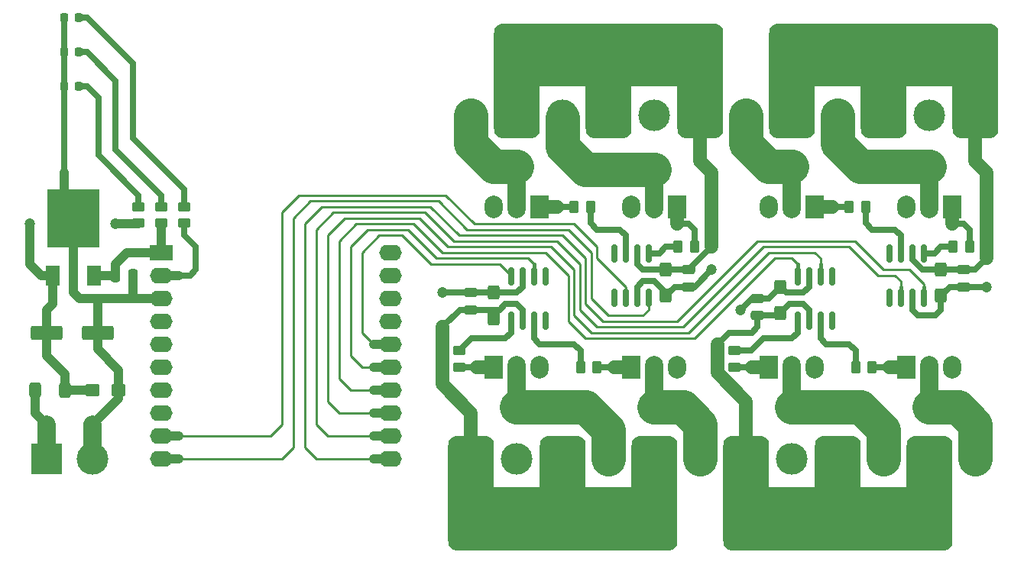
<source format=gbr>
%TF.GenerationSoftware,KiCad,Pcbnew,(6.0.4-0)*%
%TF.CreationDate,2022-03-29T19:53:50-03:00*%
%TF.ProjectId,ESP-pwm_8ch-V1,4553502d-7077-46d5-9f38-63682d56312e,rev?*%
%TF.SameCoordinates,Original*%
%TF.FileFunction,Copper,L1,Top*%
%TF.FilePolarity,Positive*%
%FSLAX46Y46*%
G04 Gerber Fmt 4.6, Leading zero omitted, Abs format (unit mm)*
G04 Created by KiCad (PCBNEW (6.0.4-0)) date 2022-03-29 19:53:50*
%MOMM*%
%LPD*%
G01*
G04 APERTURE LIST*
G04 Aperture macros list*
%AMRoundRect*
0 Rectangle with rounded corners*
0 $1 Rounding radius*
0 $2 $3 $4 $5 $6 $7 $8 $9 X,Y pos of 4 corners*
0 Add a 4 corners polygon primitive as box body*
4,1,4,$2,$3,$4,$5,$6,$7,$8,$9,$2,$3,0*
0 Add four circle primitives for the rounded corners*
1,1,$1+$1,$2,$3*
1,1,$1+$1,$4,$5*
1,1,$1+$1,$6,$7*
1,1,$1+$1,$8,$9*
0 Add four rect primitives between the rounded corners*
20,1,$1+$1,$2,$3,$4,$5,0*
20,1,$1+$1,$4,$5,$6,$7,0*
20,1,$1+$1,$6,$7,$8,$9,0*
20,1,$1+$1,$8,$9,$2,$3,0*%
G04 Aperture macros list end*
%TA.AperFunction,ComponentPad*%
%ADD10R,2.500000X1.750000*%
%TD*%
%TA.AperFunction,ComponentPad*%
%ADD11O,2.500000X1.750000*%
%TD*%
%TA.AperFunction,SMDPad,CuDef*%
%ADD12RoundRect,0.150000X0.150000X-0.825000X0.150000X0.825000X-0.150000X0.825000X-0.150000X-0.825000X0*%
%TD*%
%TA.AperFunction,SMDPad,CuDef*%
%ADD13RoundRect,0.250000X-0.475000X0.250000X-0.475000X-0.250000X0.475000X-0.250000X0.475000X0.250000X0*%
%TD*%
%TA.AperFunction,SMDPad,CuDef*%
%ADD14RoundRect,0.218750X-0.218750X-0.256250X0.218750X-0.256250X0.218750X0.256250X-0.218750X0.256250X0*%
%TD*%
%TA.AperFunction,ComponentPad*%
%ADD15R,2.000000X2.500000*%
%TD*%
%TA.AperFunction,ComponentPad*%
%ADD16O,2.000000X2.500000*%
%TD*%
%TA.AperFunction,SMDPad,CuDef*%
%ADD17RoundRect,0.250000X0.450000X-0.262500X0.450000X0.262500X-0.450000X0.262500X-0.450000X-0.262500X0*%
%TD*%
%TA.AperFunction,ComponentPad*%
%ADD18R,3.500000X3.500000*%
%TD*%
%TA.AperFunction,ComponentPad*%
%ADD19C,3.500000*%
%TD*%
%TA.AperFunction,SMDPad,CuDef*%
%ADD20RoundRect,0.250000X0.262500X0.450000X-0.262500X0.450000X-0.262500X-0.450000X0.262500X-0.450000X0*%
%TD*%
%TA.AperFunction,SMDPad,CuDef*%
%ADD21RoundRect,0.250000X0.475000X-0.250000X0.475000X0.250000X-0.475000X0.250000X-0.475000X-0.250000X0*%
%TD*%
%TA.AperFunction,SMDPad,CuDef*%
%ADD22R,1.600000X2.200000*%
%TD*%
%TA.AperFunction,SMDPad,CuDef*%
%ADD23R,5.800000X6.400000*%
%TD*%
%TA.AperFunction,SMDPad,CuDef*%
%ADD24RoundRect,0.150000X-0.150000X0.825000X-0.150000X-0.825000X0.150000X-0.825000X0.150000X0.825000X0*%
%TD*%
%TA.AperFunction,SMDPad,CuDef*%
%ADD25RoundRect,0.250000X0.425000X-0.537500X0.425000X0.537500X-0.425000X0.537500X-0.425000X-0.537500X0*%
%TD*%
%TA.AperFunction,SMDPad,CuDef*%
%ADD26RoundRect,0.250000X-0.425000X0.537500X-0.425000X-0.537500X0.425000X-0.537500X0.425000X0.537500X0*%
%TD*%
%TA.AperFunction,SMDPad,CuDef*%
%ADD27RoundRect,0.250000X-1.500000X-0.550000X1.500000X-0.550000X1.500000X0.550000X-1.500000X0.550000X0*%
%TD*%
%TA.AperFunction,SMDPad,CuDef*%
%ADD28RoundRect,0.250000X-0.537500X-0.425000X0.537500X-0.425000X0.537500X0.425000X-0.537500X0.425000X0*%
%TD*%
%TA.AperFunction,SMDPad,CuDef*%
%ADD29RoundRect,0.325000X0.325000X0.550000X-0.325000X0.550000X-0.325000X-0.550000X0.325000X-0.550000X0*%
%TD*%
%TA.AperFunction,SMDPad,CuDef*%
%ADD30RoundRect,0.250000X-0.250000X-0.475000X0.250000X-0.475000X0.250000X0.475000X-0.250000X0.475000X0*%
%TD*%
%TA.AperFunction,SMDPad,CuDef*%
%ADD31RoundRect,0.250000X-0.262500X-0.450000X0.262500X-0.450000X0.262500X0.450000X-0.262500X0.450000X0*%
%TD*%
%TA.AperFunction,ViaPad*%
%ADD32C,1.200000*%
%TD*%
%TA.AperFunction,Conductor*%
%ADD33C,1.016000*%
%TD*%
%TA.AperFunction,Conductor*%
%ADD34C,0.635000*%
%TD*%
%TA.AperFunction,Conductor*%
%ADD35C,2.032000*%
%TD*%
%TA.AperFunction,Conductor*%
%ADD36C,1.524000*%
%TD*%
%TA.AperFunction,Conductor*%
%ADD37C,3.810000*%
%TD*%
%TA.AperFunction,Conductor*%
%ADD38C,0.254000*%
%TD*%
%TA.AperFunction,Conductor*%
%ADD39C,0.381000*%
%TD*%
G04 APERTURE END LIST*
D10*
%TO.P,U2,1,5V*%
%TO.N,+5V*%
X82550000Y-93980000D03*
D11*
%TO.P,U2,2,3V3*%
%TO.N,+3V3*%
X82550000Y-96520000D03*
%TO.P,U2,3,GND*%
%TO.N,GNDREF*%
X82550000Y-99060000D03*
%TO.P,U2,4,ESP_EN*%
%TO.N,unconnected-(U2-Pad4)*%
X82550000Y-101600000D03*
%TO.P,U2,5,GPIO0*%
%TO.N,unconnected-(U2-Pad5)*%
X82550000Y-104140000D03*
%TO.P,U2,6,GPIO1\u005CU0TXD*%
%TO.N,unconnected-(U2-Pad6)*%
X82550000Y-106680000D03*
%TO.P,U2,7,GPIO2\u005CHS2\u005CDATA0*%
%TO.N,unconnected-(U2-Pad7)*%
X82550000Y-109220000D03*
%TO.P,U2,8,GPIO3\u005CU0RXD*%
%TO.N,unconnected-(U2-Pad8)*%
X82550000Y-111760000D03*
%TO.P,U2,9,GPIO4\u005CU1TXD*%
%TO.N,Net-(U2-Pad9)*%
X82550000Y-114300000D03*
%TO.P,U2,10,GPIO5\u005CSPI_CS*%
%TO.N,Net-(U2-Pad10)*%
X82550000Y-116840000D03*
%TO.P,U2,11,GPIO13\u005CI2C-SDA*%
%TO.N,Net-(U2-Pad11)*%
X107950000Y-116840000D03*
%TO.P,U2,12,GPIO14\u005CHS2_CLK*%
%TO.N,Net-(U2-Pad12)*%
X107950000Y-114300000D03*
%TO.P,U2,13,GPIO15\u005CHS2_CMD*%
%TO.N,Net-(U2-Pad13)*%
X107950000Y-111760000D03*
%TO.P,U2,14,GPIO16\u005CI2C-SCL*%
%TO.N,Net-(U2-Pad14)*%
X107950000Y-109220000D03*
%TO.P,U2,15,GPIO32*%
%TO.N,Net-(U2-Pad15)*%
X107950000Y-106680000D03*
%TO.P,U2,16,GPIO33*%
%TO.N,Net-(U2-Pad16)*%
X107950000Y-104140000D03*
%TO.P,U2,17,GPI34\u005CBUT1*%
%TO.N,unconnected-(U2-Pad17)*%
X107950000Y-101600000D03*
%TO.P,U2,18,GPI35*%
%TO.N,unconnected-(U2-Pad18)*%
X107950000Y-99060000D03*
%TO.P,U2,19,GPI36\u005CU1RXD*%
%TO.N,unconnected-(U2-Pad19)*%
X107950000Y-96520000D03*
%TO.P,U2,20,GPI39*%
%TO.N,unconnected-(U2-Pad20)*%
X107950000Y-93980000D03*
%TD*%
D12*
%TO.P,U5,1,NC*%
%TO.N,unconnected-(U5-Pad1)*%
X163195000Y-98995000D03*
%TO.P,U5,2,INA*%
%TO.N,Net-(U2-Pad12)*%
X164465000Y-98995000D03*
%TO.P,U5,3,GND*%
%TO.N,GNDREF*%
X165735000Y-98995000D03*
%TO.P,U5,4,INB*%
%TO.N,Net-(U2-Pad11)*%
X167005000Y-98995000D03*
%TO.P,U5,5,OUTB*%
%TO.N,Net-(R8-Pad2)*%
X167005000Y-94045000D03*
%TO.P,U5,6,VS*%
%TO.N,+VC*%
X165735000Y-94045000D03*
%TO.P,U5,7,OUTA*%
%TO.N,Net-(R9-Pad2)*%
X164465000Y-94045000D03*
%TO.P,U5,8,NC*%
%TO.N,unconnected-(U5-Pad8)*%
X163195000Y-94045000D03*
%TD*%
D13*
%TO.P,C9,1*%
%TO.N,+VC*%
X171450000Y-95885000D03*
%TO.P,C9,2*%
%TO.N,GNDREF*%
X171450000Y-97785000D03*
%TD*%
D14*
%TO.P,D4,1,K*%
%TO.N,GNDREF*%
X71755000Y-71755000D03*
%TO.P,D4,2,A*%
%TO.N,Net-(D4-Pad2)*%
X73330000Y-71755000D03*
%TD*%
D15*
%TO.P,Q2,1,G*%
%TO.N,Net-(Q2-Pad1)*%
X134620000Y-106680000D03*
D16*
%TO.P,Q2,2,D*%
%TO.N,Net-(J2-Pad6)*%
X137160000Y-106680000D03*
%TO.P,Q2,3,S*%
%TO.N,GNDREF*%
X139700000Y-106680000D03*
%TD*%
D17*
%TO.P,R3,1*%
%TO.N,+3V3*%
X85090000Y-90725000D03*
%TO.P,R3,2*%
%TO.N,Net-(D2-Pad2)*%
X85090000Y-88900000D03*
%TD*%
D18*
%TO.P,J5,1,Pin_1*%
%TO.N,+VD*%
X142240000Y-78740000D03*
D19*
%TO.P,J5,2,Pin_2*%
%TO.N,GNDREF*%
X137160000Y-78740000D03*
%TO.P,J5,3,Pin_3*%
%TO.N,+VD*%
X132080000Y-78740000D03*
%TO.P,J5,4,Pin_4*%
%TO.N,Net-(J5-Pad4)*%
X127000000Y-78740000D03*
%TO.P,J5,5,Pin_5*%
%TO.N,+VD*%
X121920000Y-78740000D03*
%TO.P,J5,6,Pin_6*%
%TO.N,Net-(J5-Pad6)*%
X116840000Y-78740000D03*
%TD*%
D12*
%TO.P,U6,1,NC*%
%TO.N,unconnected-(U6-Pad1)*%
X132715000Y-98995000D03*
%TO.P,U6,2,INA*%
%TO.N,Net-(U2-Pad9)*%
X133985000Y-98995000D03*
%TO.P,U6,3,GND*%
%TO.N,GNDREF*%
X135255000Y-98995000D03*
%TO.P,U6,4,INB*%
%TO.N,Net-(U2-Pad10)*%
X136525000Y-98995000D03*
%TO.P,U6,5,OUTB*%
%TO.N,Net-(R10-Pad2)*%
X136525000Y-94045000D03*
%TO.P,U6,6,VS*%
%TO.N,+VD*%
X135255000Y-94045000D03*
%TO.P,U6,7,OUTA*%
%TO.N,Net-(R11-Pad2)*%
X133985000Y-94045000D03*
%TO.P,U6,8,NC*%
%TO.N,unconnected-(U6-Pad8)*%
X132715000Y-94045000D03*
%TD*%
D20*
%TO.P,R5,1*%
%TO.N,Net-(Q2-Pad1)*%
X130810000Y-106680000D03*
%TO.P,R5,2*%
%TO.N,Net-(R5-Pad2)*%
X128985000Y-106680000D03*
%TD*%
D21*
%TO.P,C4,1*%
%TO.N,+VA*%
X116840000Y-100325000D03*
%TO.P,C4,2*%
%TO.N,GNDREF*%
X116840000Y-98425000D03*
%TD*%
D15*
%TO.P,Q1,1,G*%
%TO.N,Net-(Q1-Pad1)*%
X119380000Y-106680000D03*
D16*
%TO.P,Q1,2,D*%
%TO.N,Net-(J2-Pad4)*%
X121920000Y-106680000D03*
%TO.P,Q1,3,S*%
%TO.N,GNDREF*%
X124460000Y-106680000D03*
%TD*%
D22*
%TO.P,U1,1,IN*%
%TO.N,+12VA*%
X70485000Y-96520000D03*
D23*
%TO.P,U1,2,GND*%
%TO.N,GNDREF*%
X72765000Y-90220000D03*
D22*
%TO.P,U1,3,OUT*%
%TO.N,+5V*%
X75045000Y-96520000D03*
%TD*%
D24*
%TO.P,U3,1,NC*%
%TO.N,unconnected-(U3-Pad1)*%
X125095000Y-96585000D03*
%TO.P,U3,2,INA*%
%TO.N,Net-(U2-Pad15)*%
X123825000Y-96585000D03*
%TO.P,U3,3,GND*%
%TO.N,GNDREF*%
X122555000Y-96585000D03*
%TO.P,U3,4,INB*%
%TO.N,Net-(U2-Pad16)*%
X121285000Y-96585000D03*
%TO.P,U3,5,OUTB*%
%TO.N,Net-(R4-Pad2)*%
X121285000Y-101535000D03*
%TO.P,U3,6,VS*%
%TO.N,+VA*%
X122555000Y-101535000D03*
%TO.P,U3,7,OUTA*%
%TO.N,Net-(R5-Pad2)*%
X123825000Y-101535000D03*
%TO.P,U3,8,NC*%
%TO.N,unconnected-(U3-Pad8)*%
X125095000Y-101535000D03*
%TD*%
D25*
%TO.P,C6,1*%
%TO.N,+VB*%
X151130000Y-100665000D03*
%TO.P,C6,2*%
%TO.N,GNDREF*%
X151130000Y-97790000D03*
%TD*%
D17*
%TO.P,R6,1*%
%TO.N,Net-(Q3-Pad1)*%
X146050000Y-106680000D03*
%TO.P,R6,2*%
%TO.N,Net-(R6-Pad2)*%
X146050000Y-104855000D03*
%TD*%
D15*
%TO.P,Q7,1,G*%
%TO.N,Net-(Q7-Pad1)*%
X139700000Y-88900000D03*
D16*
%TO.P,Q7,2,D*%
%TO.N,Net-(J5-Pad4)*%
X137160000Y-88900000D03*
%TO.P,Q7,3,S*%
%TO.N,GNDREF*%
X134620000Y-88900000D03*
%TD*%
D17*
%TO.P,R2,1*%
%TO.N,+5V*%
X82550000Y-90725000D03*
%TO.P,R2,2*%
%TO.N,Net-(D4-Pad2)*%
X82550000Y-88900000D03*
%TD*%
D15*
%TO.P,Q4,1,G*%
%TO.N,Net-(Q4-Pad1)*%
X165100000Y-106680000D03*
D16*
%TO.P,Q4,2,D*%
%TO.N,Net-(J3-Pad6)*%
X167640000Y-106680000D03*
%TO.P,Q4,3,S*%
%TO.N,GNDREF*%
X170180000Y-106680000D03*
%TD*%
D20*
%TO.P,R10,1*%
%TO.N,Net-(Q7-Pad1)*%
X141605000Y-93345000D03*
%TO.P,R10,2*%
%TO.N,Net-(R10-Pad2)*%
X139780000Y-93345000D03*
%TD*%
D21*
%TO.P,C7,1*%
%TO.N,+VB*%
X148590000Y-100965000D03*
%TO.P,C7,2*%
%TO.N,GNDREF*%
X148590000Y-99065000D03*
%TD*%
D26*
%TO.P,C10,1*%
%TO.N,+VD*%
X138430000Y-95885000D03*
%TO.P,C10,2*%
%TO.N,GNDREF*%
X138430000Y-98760000D03*
%TD*%
D18*
%TO.P,J3,1,Pin_1*%
%TO.N,+VB*%
X147320000Y-116840000D03*
D19*
%TO.P,J3,2,Pin_2*%
%TO.N,GNDREF*%
X152400000Y-116840000D03*
%TO.P,J3,3,Pin_3*%
%TO.N,+VB*%
X157480000Y-116840000D03*
%TO.P,J3,4,Pin_4*%
%TO.N,Net-(J3-Pad4)*%
X162560000Y-116840000D03*
%TO.P,J3,5,Pin_5*%
%TO.N,+VB*%
X167640000Y-116840000D03*
%TO.P,J3,6,Pin_6*%
%TO.N,Net-(J3-Pad6)*%
X172720000Y-116840000D03*
%TD*%
D15*
%TO.P,Q3,1,G*%
%TO.N,Net-(Q3-Pad1)*%
X149860000Y-106680000D03*
D16*
%TO.P,Q3,2,D*%
%TO.N,Net-(J3-Pad4)*%
X152400000Y-106680000D03*
%TO.P,Q3,3,S*%
%TO.N,GNDREF*%
X154940000Y-106680000D03*
%TD*%
D14*
%TO.P,D3,1,K*%
%TO.N,GNDREF*%
X71755000Y-75565000D03*
%TO.P,D3,2,A*%
%TO.N,Net-(D3-Pad2)*%
X73330000Y-75565000D03*
%TD*%
D20*
%TO.P,R7,1*%
%TO.N,Net-(Q4-Pad1)*%
X161290000Y-106680000D03*
%TO.P,R7,2*%
%TO.N,Net-(R7-Pad2)*%
X159465000Y-106680000D03*
%TD*%
D18*
%TO.P,J2,1,Pin_1*%
%TO.N,+VA*%
X116840000Y-116840000D03*
D19*
%TO.P,J2,2,Pin_2*%
%TO.N,GNDREF*%
X121920000Y-116840000D03*
%TO.P,J2,3,Pin_3*%
%TO.N,+VA*%
X127000000Y-116840000D03*
%TO.P,J2,4,Pin_4*%
%TO.N,Net-(J2-Pad4)*%
X132080000Y-116840000D03*
%TO.P,J2,5,Pin_5*%
%TO.N,+VA*%
X137160000Y-116840000D03*
%TO.P,J2,6,Pin_6*%
%TO.N,Net-(J2-Pad6)*%
X142240000Y-116840000D03*
%TD*%
D20*
%TO.P,R8,1*%
%TO.N,Net-(Q5-Pad1)*%
X172085000Y-93345000D03*
%TO.P,R8,2*%
%TO.N,Net-(R8-Pad2)*%
X170260000Y-93345000D03*
%TD*%
D27*
%TO.P,C1,1*%
%TO.N,+12VA*%
X69850000Y-102870000D03*
%TO.P,C1,2*%
%TO.N,GNDREF*%
X75450000Y-102870000D03*
%TD*%
D28*
%TO.P,C2,1*%
%TO.N,+12VA*%
X74930000Y-109220000D03*
%TO.P,C2,2*%
%TO.N,GNDREF*%
X77805000Y-109220000D03*
%TD*%
D25*
%TO.P,C5,1*%
%TO.N,+VA*%
X119380000Y-101300000D03*
%TO.P,C5,2*%
%TO.N,GNDREF*%
X119380000Y-98425000D03*
%TD*%
D18*
%TO.P,J4,1,Pin_1*%
%TO.N,+VC*%
X172720000Y-78740000D03*
D19*
%TO.P,J4,2,Pin_2*%
%TO.N,GNDREF*%
X167640000Y-78740000D03*
%TO.P,J4,3,Pin_3*%
%TO.N,+VC*%
X162560000Y-78740000D03*
%TO.P,J4,4,Pin_4*%
%TO.N,Net-(J4-Pad4)*%
X157480000Y-78740000D03*
%TO.P,J4,5,Pin_5*%
%TO.N,+VC*%
X152400000Y-78740000D03*
%TO.P,J4,6,Pin_6*%
%TO.N,Net-(J4-Pad6)*%
X147320000Y-78740000D03*
%TD*%
D24*
%TO.P,U4,1,NC*%
%TO.N,unconnected-(U4-Pad1)*%
X156845000Y-96585000D03*
%TO.P,U4,2,INA*%
%TO.N,Net-(U2-Pad13)*%
X155575000Y-96585000D03*
%TO.P,U4,3,GND*%
%TO.N,GNDREF*%
X154305000Y-96585000D03*
%TO.P,U4,4,INB*%
%TO.N,Net-(U2-Pad14)*%
X153035000Y-96585000D03*
%TO.P,U4,5,OUTB*%
%TO.N,Net-(R6-Pad2)*%
X153035000Y-101535000D03*
%TO.P,U4,6,VS*%
%TO.N,+VB*%
X154305000Y-101535000D03*
%TO.P,U4,7,OUTA*%
%TO.N,Net-(R7-Pad2)*%
X155575000Y-101535000D03*
%TO.P,U4,8,NC*%
%TO.N,unconnected-(U4-Pad8)*%
X156845000Y-101535000D03*
%TD*%
D29*
%TO.P,D1,1,K*%
%TO.N,+12VA*%
X71880000Y-109220000D03*
%TO.P,D1,2,A*%
%TO.N,+12V*%
X68580000Y-109220000D03*
%TD*%
D14*
%TO.P,D2,1,K*%
%TO.N,GNDREF*%
X71755000Y-67945000D03*
%TO.P,D2,2,A*%
%TO.N,Net-(D2-Pad2)*%
X73330000Y-67945000D03*
%TD*%
D13*
%TO.P,C11,1*%
%TO.N,+VD*%
X140970000Y-95885000D03*
%TO.P,C11,2*%
%TO.N,GNDREF*%
X140970000Y-97785000D03*
%TD*%
D15*
%TO.P,Q5,1,G*%
%TO.N,Net-(Q5-Pad1)*%
X170180000Y-88900000D03*
D16*
%TO.P,Q5,2,D*%
%TO.N,Net-(J4-Pad4)*%
X167640000Y-88900000D03*
%TO.P,Q5,3,S*%
%TO.N,GNDREF*%
X165100000Y-88900000D03*
%TD*%
D26*
%TO.P,C8,1*%
%TO.N,+VC*%
X168910000Y-95885000D03*
%TO.P,C8,2*%
%TO.N,GNDREF*%
X168910000Y-98760000D03*
%TD*%
D30*
%TO.P,C3,1*%
%TO.N,+5V*%
X77470000Y-96520000D03*
%TO.P,C3,2*%
%TO.N,GNDREF*%
X79370000Y-96520000D03*
%TD*%
D17*
%TO.P,R4,1*%
%TO.N,Net-(Q1-Pad1)*%
X115570000Y-106680000D03*
%TO.P,R4,2*%
%TO.N,Net-(R4-Pad2)*%
X115570000Y-104855000D03*
%TD*%
D15*
%TO.P,Q6,1,G*%
%TO.N,Net-(Q6-Pad1)*%
X154940000Y-88900000D03*
D16*
%TO.P,Q6,2,D*%
%TO.N,Net-(J4-Pad6)*%
X152400000Y-88900000D03*
%TO.P,Q6,3,S*%
%TO.N,GNDREF*%
X149860000Y-88900000D03*
%TD*%
D15*
%TO.P,Q8,1,G*%
%TO.N,Net-(Q8-Pad1)*%
X124460000Y-88900000D03*
D16*
%TO.P,Q8,2,D*%
%TO.N,Net-(J5-Pad6)*%
X121920000Y-88900000D03*
%TO.P,Q8,3,S*%
%TO.N,GNDREF*%
X119380000Y-88900000D03*
%TD*%
D17*
%TO.P,R1,1*%
%TO.N,+12VA*%
X80010000Y-90725000D03*
%TO.P,R1,2*%
%TO.N,Net-(D3-Pad2)*%
X80010000Y-88900000D03*
%TD*%
D31*
%TO.P,R9,1*%
%TO.N,Net-(Q6-Pad1)*%
X158750000Y-88900000D03*
%TO.P,R9,2*%
%TO.N,Net-(R9-Pad2)*%
X160575000Y-88900000D03*
%TD*%
%TO.P,R11,1*%
%TO.N,Net-(Q8-Pad1)*%
X128270000Y-88900000D03*
%TO.P,R11,2*%
%TO.N,Net-(R11-Pad2)*%
X130095000Y-88900000D03*
%TD*%
D18*
%TO.P,J1,1,Pin_1*%
%TO.N,+12V*%
X69850000Y-116840000D03*
D19*
%TO.P,J1,2,Pin_2*%
%TO.N,GNDREF*%
X74930000Y-116840000D03*
%TD*%
D32*
%TO.N,+12VA*%
X67945000Y-90805000D03*
X77470000Y-90805000D03*
%TO.N,GNDREF*%
X173990000Y-97790000D03*
X146685000Y-100330000D03*
X113665000Y-98425000D03*
X143510000Y-95885000D03*
%TD*%
D33*
%TO.N,+12VA*%
X71880000Y-107440000D02*
X69850000Y-105410000D01*
X70485000Y-96520000D02*
X70485000Y-99695000D01*
X67945000Y-95250000D02*
X67945000Y-90805000D01*
X70485000Y-96520000D02*
X69215000Y-96520000D01*
X69850000Y-105410000D02*
X69850000Y-102870000D01*
X79930000Y-90805000D02*
X80010000Y-90725000D01*
X70485000Y-99695000D02*
X69850000Y-100330000D01*
X71880000Y-109220000D02*
X71880000Y-107440000D01*
X69850000Y-100330000D02*
X69850000Y-102870000D01*
X69215000Y-96520000D02*
X67945000Y-95250000D01*
X71880000Y-109220000D02*
X74930000Y-109220000D01*
X77470000Y-90805000D02*
X79930000Y-90805000D01*
D34*
%TO.N,GNDREF*%
X154305000Y-97790000D02*
X153670000Y-98425000D01*
D33*
X79375000Y-99060000D02*
X73430000Y-99060000D01*
D34*
X169885000Y-97785000D02*
X168910000Y-98760000D01*
X147950000Y-99065000D02*
X148590000Y-99065000D01*
X140970000Y-97785000D02*
X139405000Y-97785000D01*
D33*
X77805000Y-107015000D02*
X75450000Y-104660000D01*
X77805000Y-109220000D02*
X77805000Y-110155000D01*
X71755000Y-88265000D02*
X71755000Y-85090000D01*
D34*
X173990000Y-97790000D02*
X173995000Y-97785000D01*
X71755000Y-67945000D02*
X71755000Y-71755000D01*
D33*
X79375000Y-99060000D02*
X82550000Y-99060000D01*
D34*
X139405000Y-97785000D02*
X138430000Y-98760000D01*
X143510000Y-95885000D02*
X141610000Y-97785000D01*
X173995000Y-97785000D02*
X171450000Y-97785000D01*
D33*
X79370000Y-96520000D02*
X79370000Y-99055000D01*
D35*
X74930000Y-116840000D02*
X74930000Y-113030000D01*
D34*
X165735000Y-98995000D02*
X165735000Y-100330000D01*
X137160000Y-97155000D02*
X138430000Y-98425000D01*
X71755000Y-71755000D02*
X71755000Y-75565000D01*
X166370000Y-100965000D02*
X168275000Y-100965000D01*
X151765000Y-98425000D02*
X151130000Y-97790000D01*
X135255000Y-97790000D02*
X135890000Y-97155000D01*
X141610000Y-97785000D02*
X140970000Y-97785000D01*
X121920000Y-98425000D02*
X119380000Y-98425000D01*
D33*
X72765000Y-98395000D02*
X72765000Y-90220000D01*
D34*
X135255000Y-98995000D02*
X135255000Y-97790000D01*
D33*
X72765000Y-89275000D02*
X71755000Y-88265000D01*
D34*
X171450000Y-97785000D02*
X169885000Y-97785000D01*
X168910000Y-100330000D02*
X168910000Y-98760000D01*
X119380000Y-98425000D02*
X116840000Y-98425000D01*
D33*
X77805000Y-110155000D02*
X74930000Y-113030000D01*
D34*
X122555000Y-97790000D02*
X121920000Y-98425000D01*
X135890000Y-97155000D02*
X137160000Y-97155000D01*
D33*
X75450000Y-102870000D02*
X75450000Y-99060000D01*
D34*
X122555000Y-96585000D02*
X122555000Y-97790000D01*
X148590000Y-99065000D02*
X149855000Y-99065000D01*
D33*
X72765000Y-90220000D02*
X72765000Y-89275000D01*
X79370000Y-99055000D02*
X79375000Y-99060000D01*
D34*
X154305000Y-96585000D02*
X154305000Y-97790000D01*
D33*
X77805000Y-109220000D02*
X77805000Y-107015000D01*
D34*
X165735000Y-100330000D02*
X166370000Y-100965000D01*
X71755000Y-75565000D02*
X71755000Y-85090000D01*
X168275000Y-100965000D02*
X168910000Y-100330000D01*
X146685000Y-100330000D02*
X147950000Y-99065000D01*
D33*
X75450000Y-104660000D02*
X75450000Y-102870000D01*
X73430000Y-99060000D02*
X72765000Y-98395000D01*
D34*
X113665000Y-98425000D02*
X116840000Y-98425000D01*
X153670000Y-98425000D02*
X151765000Y-98425000D01*
X149855000Y-99065000D02*
X151130000Y-97790000D01*
D33*
%TO.N,+5V*%
X77470000Y-96520000D02*
X77470000Y-95250000D01*
X77470000Y-95250000D02*
X78740000Y-93980000D01*
X78740000Y-93980000D02*
X82550000Y-93980000D01*
X82550000Y-93980000D02*
X82550000Y-90725000D01*
X75045000Y-96520000D02*
X77470000Y-96520000D01*
D35*
%TO.N,+12V*%
X69850000Y-116840000D02*
X69850000Y-113030000D01*
D33*
X68580000Y-109220000D02*
X68580000Y-111760000D01*
X68580000Y-111760000D02*
X69850000Y-113030000D01*
D34*
%TO.N,Net-(D2-Pad2)*%
X79375000Y-81280000D02*
X85090000Y-86995000D01*
X73330000Y-67945000D02*
X74295000Y-67945000D01*
X79375000Y-73025000D02*
X79375000Y-81280000D01*
X74295000Y-67945000D02*
X79375000Y-73025000D01*
X85090000Y-86995000D02*
X85090000Y-88900000D01*
%TO.N,Net-(D3-Pad2)*%
X74295000Y-75565000D02*
X75565000Y-76835000D01*
X73330000Y-75565000D02*
X74295000Y-75565000D01*
X80010000Y-87630000D02*
X80010000Y-88900000D01*
X75565000Y-76835000D02*
X75565000Y-83185000D01*
X75565000Y-83185000D02*
X80010000Y-87630000D01*
%TO.N,Net-(D4-Pad2)*%
X74295000Y-71755000D02*
X77470000Y-74930000D01*
X77470000Y-82550000D02*
X82550000Y-87630000D01*
X77470000Y-74930000D02*
X77470000Y-82550000D01*
X82550000Y-87630000D02*
X82550000Y-88900000D01*
X73330000Y-71755000D02*
X74295000Y-71755000D01*
D36*
%TO.N,+VA*%
X116840000Y-116840000D02*
X116840000Y-121920000D01*
D34*
X119380000Y-100330000D02*
X120015000Y-100330000D01*
D36*
X116840000Y-121920000D02*
X119380000Y-124460000D01*
X134620000Y-124460000D02*
X137160000Y-121920000D01*
X116840000Y-116840000D02*
X116840000Y-111760000D01*
D34*
X115575000Y-100325000D02*
X116840000Y-100325000D01*
X120015000Y-100330000D02*
X120650000Y-99695000D01*
D36*
X137160000Y-121920000D02*
X137160000Y-116840000D01*
D34*
X116840000Y-100325000D02*
X118110000Y-100330000D01*
X121920000Y-99695000D02*
X120650000Y-99695000D01*
D36*
X116840000Y-111760000D02*
X113665000Y-108585000D01*
D34*
X118110000Y-100330000D02*
X119380000Y-100330000D01*
D36*
X127000000Y-116840000D02*
X127000000Y-124460000D01*
D34*
X122555000Y-101535000D02*
X122555000Y-100330000D01*
D36*
X113665000Y-108585000D02*
X113665000Y-102235000D01*
D34*
X122555000Y-100330000D02*
X121920000Y-99695000D01*
X113665000Y-102235000D02*
X115575000Y-100325000D01*
X119380000Y-100330000D02*
X119380000Y-101300000D01*
D36*
X119380000Y-124460000D02*
X134620000Y-124460000D01*
%TO.N,+VB*%
X147320000Y-121920000D02*
X149860000Y-124460000D01*
D34*
X148590000Y-100965000D02*
X150830000Y-100965000D01*
X154305000Y-101535000D02*
X154305000Y-100330000D01*
X154305000Y-100330000D02*
X153670000Y-99695000D01*
X153670000Y-99695000D02*
X152100000Y-99695000D01*
X152100000Y-99695000D02*
X151130000Y-100665000D01*
D36*
X147320000Y-110490000D02*
X147320000Y-116840000D01*
D34*
X147955000Y-102870000D02*
X145415000Y-102870000D01*
D36*
X147320000Y-116840000D02*
X147320000Y-121920000D01*
D34*
X148590000Y-102235000D02*
X147955000Y-102870000D01*
X145415000Y-102870000D02*
X144145000Y-104140000D01*
D36*
X149860000Y-124460000D02*
X165100000Y-124460000D01*
D34*
X148590000Y-100965000D02*
X148590000Y-102235000D01*
D36*
X144145000Y-104140000D02*
X144145000Y-107315000D01*
X165100000Y-124460000D02*
X167640000Y-121920000D01*
X144145000Y-107315000D02*
X147320000Y-110490000D01*
X157480000Y-116840000D02*
X157480000Y-124460000D01*
X167640000Y-121920000D02*
X167640000Y-116840000D01*
%TO.N,+VC*%
X173990000Y-85090000D02*
X172720000Y-83820000D01*
D34*
X171450000Y-95885000D02*
X172720000Y-95885000D01*
D36*
X162560000Y-71120000D02*
X162560000Y-78740000D01*
X173990000Y-94615000D02*
X173990000Y-85090000D01*
X152400000Y-74930000D02*
X152400000Y-78740000D01*
X172720000Y-78740000D02*
X172720000Y-74930000D01*
X168910000Y-71120000D02*
X162560000Y-71120000D01*
D34*
X172720000Y-95885000D02*
X173990000Y-94615000D01*
D36*
X162560000Y-71120000D02*
X156210000Y-71120000D01*
X172720000Y-74930000D02*
X168910000Y-71120000D01*
D34*
X165735000Y-94769676D02*
X165735000Y-94045000D01*
X168910000Y-95885000D02*
X166850324Y-95885000D01*
D36*
X172720000Y-83820000D02*
X172720000Y-78740000D01*
X156210000Y-71120000D02*
X152400000Y-74930000D01*
D34*
X166850324Y-95885000D02*
X165735000Y-94769676D01*
X171450000Y-95885000D02*
X168910000Y-95885000D01*
D35*
%TO.N,Net-(J2-Pad4)*%
X121920000Y-106680000D02*
X121920000Y-111125000D01*
D37*
X129540000Y-111125000D02*
X132080000Y-113665000D01*
X132080000Y-113665000D02*
X132080000Y-116840000D01*
X121920000Y-111125000D02*
X129540000Y-111125000D01*
D36*
%TO.N,Net-(Q1-Pad1)*%
X117475000Y-106680000D02*
X119380000Y-106680000D01*
D34*
X115570000Y-106680000D02*
X117475000Y-106680000D01*
%TO.N,Net-(Q2-Pad1)*%
X130810000Y-106680000D02*
X132715000Y-106680000D01*
D36*
X132715000Y-106680000D02*
X134620000Y-106680000D01*
D34*
%TO.N,Net-(Q3-Pad1)*%
X146050000Y-106680000D02*
X147955000Y-106680000D01*
D36*
X147955000Y-106680000D02*
X149860000Y-106680000D01*
D34*
%TO.N,Net-(Q4-Pad1)*%
X161290000Y-106680000D02*
X163195000Y-106680000D01*
D36*
X163195000Y-106680000D02*
X165100000Y-106680000D01*
D34*
%TO.N,+3V3*%
X86360000Y-93345000D02*
X86360000Y-95885000D01*
D33*
X82550000Y-96520000D02*
X84455000Y-96520000D01*
D34*
X85090000Y-92075000D02*
X86360000Y-93345000D01*
X85725000Y-96520000D02*
X84455000Y-96520000D01*
X86360000Y-95885000D02*
X85725000Y-96520000D01*
X85090000Y-90725000D02*
X85090000Y-92075000D01*
D37*
%TO.N,Net-(J2-Pad6)*%
X140335000Y-111125000D02*
X137160000Y-111125000D01*
X142240000Y-116840000D02*
X142240000Y-113030000D01*
D35*
X137160000Y-106680000D02*
X137160000Y-111125000D01*
D37*
X142240000Y-113030000D02*
X140335000Y-111125000D01*
D34*
%TO.N,Net-(R8-Pad2)*%
X168210000Y-94045000D02*
X168910000Y-93345000D01*
X167005000Y-94045000D02*
X168210000Y-94045000D01*
X168910000Y-93345000D02*
X170260000Y-93345000D01*
%TO.N,Net-(R9-Pad2)*%
X164465000Y-94045000D02*
X164465000Y-92075000D01*
X164465000Y-92075000D02*
X163830000Y-91440000D01*
X163830000Y-91440000D02*
X161290000Y-91440000D01*
X160575000Y-90725000D02*
X160575000Y-88900000D01*
X161290000Y-91440000D02*
X160575000Y-90725000D01*
%TO.N,+VD*%
X140970000Y-95885000D02*
X138430000Y-95885000D01*
D36*
X139700000Y-71120000D02*
X124460000Y-71120000D01*
X142240000Y-78740000D02*
X142240000Y-73660000D01*
D34*
X135890000Y-95885000D02*
X138430000Y-95885000D01*
D36*
X142240000Y-78740000D02*
X142240000Y-83820000D01*
X142240000Y-73660000D02*
X139700000Y-71120000D01*
X121920000Y-73660000D02*
X121920000Y-78740000D01*
X124460000Y-71120000D02*
X121920000Y-73660000D01*
X143510000Y-85090000D02*
X143510000Y-93345000D01*
X142240000Y-83820000D02*
X143510000Y-85090000D01*
D34*
X143510000Y-93345000D02*
X140970000Y-95885000D01*
X135255000Y-95250000D02*
X135890000Y-95885000D01*
X135255000Y-94045000D02*
X135255000Y-95250000D01*
D36*
X132080000Y-78740000D02*
X132080000Y-71120000D01*
D35*
%TO.N,Net-(J3-Pad4)*%
X152400000Y-106680000D02*
X152400000Y-111125000D01*
D37*
X160020000Y-111125000D02*
X162560000Y-113665000D01*
X162560000Y-113665000D02*
X162560000Y-116840000D01*
X152400000Y-111125000D02*
X160020000Y-111125000D01*
%TO.N,Net-(J3-Pad6)*%
X172720000Y-116840000D02*
X172720000Y-113030000D01*
X170815000Y-111125000D02*
X167640000Y-111125000D01*
X172720000Y-113030000D02*
X170815000Y-111125000D01*
D35*
X167640000Y-106680000D02*
X167640000Y-111125000D01*
D37*
%TO.N,Net-(J4-Pad4)*%
X167640000Y-84455000D02*
X160020000Y-84455000D01*
X157480000Y-81915000D02*
X157480000Y-78740000D01*
X160020000Y-84455000D02*
X157480000Y-81915000D01*
D35*
X167640000Y-88900000D02*
X167640000Y-84455000D01*
D34*
%TO.N,Net-(R6-Pad2)*%
X147875000Y-104855000D02*
X146050000Y-104855000D01*
X149225000Y-103505000D02*
X147875000Y-104855000D01*
X152400000Y-103505000D02*
X149225000Y-103505000D01*
X153035000Y-101535000D02*
X153035000Y-102870000D01*
X153035000Y-102870000D02*
X152400000Y-103505000D01*
%TO.N,Net-(R7-Pad2)*%
X155575000Y-103505000D02*
X156210000Y-104140000D01*
X159465000Y-104855000D02*
X159465000Y-106680000D01*
X155575000Y-101535000D02*
X155575000Y-103505000D01*
X158750000Y-104140000D02*
X159465000Y-104855000D01*
X156210000Y-104140000D02*
X158750000Y-104140000D01*
D37*
%TO.N,Net-(J4-Pad6)*%
X147320000Y-81915000D02*
X149860000Y-84455000D01*
X149860000Y-84455000D02*
X152400000Y-84455000D01*
X147320000Y-81915000D02*
X147320000Y-78740000D01*
D35*
X152400000Y-88900000D02*
X152400000Y-84455000D01*
D37*
%TO.N,Net-(J5-Pad4)*%
X129540000Y-84755000D02*
X127000000Y-82215000D01*
X137160000Y-84755000D02*
X129540000Y-84755000D01*
X127000000Y-82215000D02*
X127000000Y-79040000D01*
D35*
X137160000Y-89200000D02*
X137160000Y-84755000D01*
D37*
%TO.N,Net-(J5-Pad6)*%
X116840000Y-81915000D02*
X116840000Y-78740000D01*
D35*
X121920000Y-88900000D02*
X121920000Y-84455000D01*
D37*
X116840000Y-81915000D02*
X119380000Y-84455000D01*
X119380000Y-84455000D02*
X121920000Y-84455000D01*
D36*
%TO.N,Net-(Q5-Pad1)*%
X170180000Y-90805000D02*
X170180000Y-88900000D01*
D34*
X172085000Y-93345000D02*
X172085000Y-91440000D01*
X172085000Y-91440000D02*
X171450000Y-90805000D01*
X171450000Y-90805000D02*
X170180000Y-90805000D01*
%TO.N,Net-(Q6-Pad1)*%
X158750000Y-88900000D02*
X156845000Y-88900000D01*
D36*
X154940000Y-88900000D02*
X156845000Y-88900000D01*
D34*
%TO.N,Net-(Q7-Pad1)*%
X141605000Y-91440000D02*
X140970000Y-90805000D01*
X141605000Y-93345000D02*
X141605000Y-91440000D01*
X140970000Y-90805000D02*
X139700000Y-90805000D01*
D36*
X139700000Y-90805000D02*
X139700000Y-88900000D01*
D34*
%TO.N,Net-(Q8-Pad1)*%
X128270000Y-88900000D02*
X126365000Y-88900000D01*
D36*
X126365000Y-88900000D02*
X124460000Y-88900000D01*
D34*
%TO.N,Net-(R10-Pad2)*%
X138430000Y-93345000D02*
X139780000Y-93345000D01*
X136525000Y-94045000D02*
X137730000Y-94045000D01*
X137730000Y-94045000D02*
X138430000Y-93345000D01*
%TO.N,Net-(R11-Pad2)*%
X130810000Y-91440000D02*
X130095000Y-90725000D01*
X130095000Y-90725000D02*
X130095000Y-88900000D01*
X133985000Y-92075000D02*
X133350000Y-91440000D01*
X133350000Y-91440000D02*
X130810000Y-91440000D01*
X133985000Y-94045000D02*
X133985000Y-92075000D01*
D38*
%TO.N,Net-(U2-Pad11)*%
X98425000Y-90805000D02*
X100330000Y-88900000D01*
X129540000Y-94615000D02*
X129540000Y-99695000D01*
X148590000Y-92710000D02*
X159385000Y-92710000D01*
X167005000Y-97472500D02*
X167005000Y-97790000D01*
D33*
X106045000Y-116840000D02*
X107950000Y-116840000D01*
D38*
X99695000Y-116840000D02*
X98425000Y-115570000D01*
X129540000Y-99695000D02*
X131445000Y-101600000D01*
D39*
X167005000Y-97790000D02*
X167005000Y-98995000D01*
D38*
X115506500Y-92075000D02*
X127000000Y-92075000D01*
X100330000Y-88900000D02*
X112331500Y-88900000D01*
X106045000Y-116840000D02*
X99695000Y-116840000D01*
X139700000Y-101600000D02*
X148590000Y-92710000D01*
X131445000Y-101600000D02*
X139700000Y-101600000D01*
X165417500Y-95885000D02*
X167005000Y-97472500D01*
X98425000Y-115570000D02*
X98425000Y-90805000D01*
X162560000Y-95885000D02*
X165417500Y-95885000D01*
X112331500Y-88900000D02*
X115506500Y-92075000D01*
X127000000Y-92075000D02*
X129540000Y-94615000D01*
X159385000Y-92710000D02*
X162560000Y-95885000D01*
%TO.N,Net-(U2-Pad12)*%
X164465000Y-97790000D02*
X164465000Y-97155000D01*
X158750000Y-93345000D02*
X149225000Y-93345000D01*
X99695000Y-113030000D02*
X100965000Y-114300000D01*
X128905000Y-95250000D02*
X126365000Y-92710000D01*
X114935000Y-92710000D02*
X111760000Y-89535000D01*
X149225000Y-93345000D02*
X140335000Y-102235000D01*
X101600000Y-89535000D02*
X99695000Y-91440000D01*
D39*
X164465000Y-98995000D02*
X164465000Y-97790000D01*
D38*
X163830000Y-96520000D02*
X161925000Y-96520000D01*
X111760000Y-89535000D02*
X101600000Y-89535000D01*
D33*
X106045000Y-114300000D02*
X107950000Y-114300000D01*
D38*
X126365000Y-92710000D02*
X114935000Y-92710000D01*
X99695000Y-91440000D02*
X99695000Y-113030000D01*
X128905000Y-100330000D02*
X128905000Y-95250000D01*
X100965000Y-114300000D02*
X106045000Y-114300000D01*
X164465000Y-97155000D02*
X163830000Y-96520000D01*
X140335000Y-102235000D02*
X130810000Y-102235000D01*
X130810000Y-102235000D02*
X128905000Y-100330000D01*
X161925000Y-96520000D02*
X158750000Y-93345000D01*
%TO.N,Net-(U2-Pad13)*%
X155575000Y-94615000D02*
X154940000Y-93980000D01*
X140970000Y-102870000D02*
X130175000Y-102870000D01*
X125730000Y-93345000D02*
X114300000Y-93345000D01*
X155575000Y-95250000D02*
X155575000Y-94615000D01*
X100965000Y-110490000D02*
X102235000Y-111760000D01*
X128270000Y-95885000D02*
X125730000Y-93345000D01*
D33*
X106045000Y-111760000D02*
X107950000Y-111760000D01*
D38*
X128270000Y-100965000D02*
X128270000Y-95885000D01*
X149860000Y-93980000D02*
X140970000Y-102870000D01*
X102870000Y-90170000D02*
X100965000Y-92075000D01*
X114300000Y-93345000D02*
X111125000Y-90170000D01*
X102235000Y-111760000D02*
X106045000Y-111760000D01*
D39*
X155575000Y-96585000D02*
X155575000Y-95250000D01*
D38*
X154940000Y-93980000D02*
X149860000Y-93980000D01*
X130175000Y-102870000D02*
X128270000Y-100965000D01*
X100965000Y-92075000D02*
X100965000Y-110490000D01*
X111125000Y-90170000D02*
X102870000Y-90170000D01*
%TO.N,Net-(U2-Pad14)*%
X110490000Y-90805000D02*
X104140000Y-90805000D01*
X113665000Y-93980000D02*
X110490000Y-90805000D01*
D39*
X153035000Y-96520000D02*
X153035000Y-95250000D01*
D38*
X103505000Y-109220000D02*
X106045000Y-109220000D01*
D33*
X106045000Y-109220000D02*
X107950000Y-109220000D01*
D38*
X153035000Y-95250000D02*
X152400000Y-94615000D01*
X102235000Y-107950000D02*
X103505000Y-109220000D01*
X127635000Y-101600000D02*
X127635000Y-96520000D01*
X150495000Y-94615000D02*
X141605000Y-103505000D01*
X129540000Y-103505000D02*
X127635000Y-101600000D01*
X104140000Y-90805000D02*
X102235000Y-92710000D01*
X127635000Y-96520000D02*
X125095000Y-93980000D01*
X125095000Y-93980000D02*
X113665000Y-93980000D01*
X102235000Y-92710000D02*
X102235000Y-107950000D01*
X152400000Y-94615000D02*
X150495000Y-94615000D01*
X141605000Y-103505000D02*
X129540000Y-103505000D01*
%TO.N,Net-(U2-Pad15)*%
X113030000Y-94615000D02*
X123190000Y-94615000D01*
X104775000Y-106680000D02*
X106045000Y-106680000D01*
D33*
X106045000Y-106680000D02*
X107950000Y-106680000D01*
D38*
X123190000Y-94615000D02*
X123825000Y-95250000D01*
X103505000Y-105410000D02*
X104775000Y-106680000D01*
X109855000Y-91440000D02*
X113030000Y-94615000D01*
D39*
X123825000Y-95250000D02*
X123825000Y-96585000D01*
D38*
X103505000Y-105410000D02*
X103505000Y-93345000D01*
X103505000Y-93345000D02*
X105410000Y-91440000D01*
X105410000Y-91440000D02*
X109855000Y-91440000D01*
%TO.N,Net-(U2-Pad16)*%
X120015000Y-95250000D02*
X112395000Y-95250000D01*
X106680000Y-92075000D02*
X104775000Y-93980000D01*
X112395000Y-95250000D02*
X109220000Y-92075000D01*
D33*
X106045000Y-104140000D02*
X107950000Y-104140000D01*
D38*
X104775000Y-93980000D02*
X104775000Y-102870000D01*
X121285000Y-96520000D02*
X120015000Y-95250000D01*
X109220000Y-92075000D02*
X106680000Y-92075000D01*
X104775000Y-102870000D02*
X106045000Y-104140000D01*
D34*
%TO.N,Net-(R4-Pad2)*%
X121285000Y-101535000D02*
X121285000Y-102870000D01*
X121285000Y-102870000D02*
X120650000Y-103505000D01*
X120650000Y-103505000D02*
X116920000Y-103505000D01*
X116920000Y-103505000D02*
X115570000Y-104855000D01*
%TO.N,Net-(R5-Pad2)*%
X124460000Y-104140000D02*
X128270000Y-104140000D01*
X123825000Y-103505000D02*
X124460000Y-104140000D01*
X128270000Y-104140000D02*
X128985000Y-104855000D01*
X128985000Y-104855000D02*
X128985000Y-106680000D01*
X123825000Y-101535000D02*
X123825000Y-103505000D01*
D38*
%TO.N,Net-(U2-Pad9)*%
X133985000Y-98995000D02*
X133985000Y-97790000D01*
X133985000Y-97790000D02*
X130810000Y-94615000D01*
X117221000Y-90805000D02*
X114046000Y-87630000D01*
X128270000Y-90805000D02*
X117221000Y-90805000D01*
X97790000Y-87630000D02*
X95885000Y-89535000D01*
D33*
X82550000Y-114300000D02*
X84455000Y-114300000D01*
D38*
X130810000Y-93345000D02*
X128270000Y-90805000D01*
X94615000Y-114300000D02*
X84455000Y-114300000D01*
X114046000Y-87630000D02*
X97790000Y-87630000D01*
X94615000Y-114300000D02*
X95885000Y-113030000D01*
X95885000Y-89535000D02*
X95885000Y-113030000D01*
X130810000Y-94615000D02*
X130810000Y-93345000D01*
%TO.N,Net-(U2-Pad10)*%
X95885000Y-116840000D02*
X97155000Y-115570000D01*
X116395954Y-91440000D02*
X127635000Y-91440000D01*
X135890000Y-100965000D02*
X136525000Y-100330000D01*
X97155000Y-115570000D02*
X97155000Y-90170000D01*
X127635000Y-91440000D02*
X130175000Y-93980000D01*
X113220954Y-88265000D02*
X116395954Y-91440000D01*
X130175000Y-99060000D02*
X132080000Y-100965000D01*
X132080000Y-100965000D02*
X135890000Y-100965000D01*
D33*
X82550000Y-116840000D02*
X84455000Y-116840000D01*
D38*
X97155000Y-90170000D02*
X99060000Y-88265000D01*
X95885000Y-116840000D02*
X84455000Y-116840000D01*
X99060000Y-88265000D02*
X113220954Y-88265000D01*
X136525000Y-100330000D02*
X136525000Y-98995000D01*
X130175000Y-93980000D02*
X130175000Y-99060000D01*
%TD*%
%TA.AperFunction,Conductor*%
%TO.N,+VD*%
G36*
X143786163Y-68580607D02*
G01*
X143962740Y-68597999D01*
X143986957Y-68602815D01*
X144150809Y-68652518D01*
X144173629Y-68661971D01*
X144324631Y-68742683D01*
X144345158Y-68756399D01*
X144477521Y-68865026D01*
X144494974Y-68882479D01*
X144603601Y-69014842D01*
X144617319Y-69035372D01*
X144698029Y-69186371D01*
X144707482Y-69209190D01*
X144757185Y-69373043D01*
X144762002Y-69397263D01*
X144779393Y-69573837D01*
X144780000Y-69586187D01*
X144780000Y-80273813D01*
X144779393Y-80286163D01*
X144762002Y-80462737D01*
X144757185Y-80486957D01*
X144707482Y-80650809D01*
X144698029Y-80673629D01*
X144617319Y-80824628D01*
X144603601Y-80845158D01*
X144494974Y-80977521D01*
X144477521Y-80994974D01*
X144345158Y-81103601D01*
X144324631Y-81117317D01*
X144232417Y-81166607D01*
X144173629Y-81198029D01*
X144150810Y-81207482D01*
X143986957Y-81257185D01*
X143962740Y-81262001D01*
X143786163Y-81279393D01*
X143773813Y-81280000D01*
X140706187Y-81280000D01*
X140693837Y-81279393D01*
X140517260Y-81262001D01*
X140493043Y-81257185D01*
X140329190Y-81207482D01*
X140306371Y-81198029D01*
X140247583Y-81166607D01*
X140155369Y-81117317D01*
X140134842Y-81103601D01*
X140002479Y-80994974D01*
X139985026Y-80977521D01*
X139876399Y-80845158D01*
X139862681Y-80824628D01*
X139781971Y-80673629D01*
X139772518Y-80650809D01*
X139722815Y-80486957D01*
X139717998Y-80462737D01*
X139700607Y-80286163D01*
X139700000Y-80273813D01*
X139700000Y-75565000D01*
X134620000Y-75565000D01*
X134620000Y-80273813D01*
X134619393Y-80286163D01*
X134602002Y-80462737D01*
X134597185Y-80486957D01*
X134547482Y-80650809D01*
X134538029Y-80673629D01*
X134457319Y-80824628D01*
X134443601Y-80845158D01*
X134334974Y-80977521D01*
X134317521Y-80994974D01*
X134185158Y-81103601D01*
X134164631Y-81117317D01*
X134072417Y-81166607D01*
X134013629Y-81198029D01*
X133990810Y-81207482D01*
X133826957Y-81257185D01*
X133802740Y-81262001D01*
X133626163Y-81279393D01*
X133613813Y-81280000D01*
X130546187Y-81280000D01*
X130533837Y-81279393D01*
X130357260Y-81262001D01*
X130333043Y-81257185D01*
X130169190Y-81207482D01*
X130146371Y-81198029D01*
X130087583Y-81166607D01*
X129995369Y-81117317D01*
X129974842Y-81103601D01*
X129842479Y-80994974D01*
X129825026Y-80977521D01*
X129716399Y-80845158D01*
X129702681Y-80824628D01*
X129621971Y-80673629D01*
X129612518Y-80650809D01*
X129562815Y-80486957D01*
X129557998Y-80462737D01*
X129540607Y-80286163D01*
X129540000Y-80273813D01*
X129540000Y-75565000D01*
X124460000Y-75565000D01*
X124460000Y-80273813D01*
X124459393Y-80286163D01*
X124442002Y-80462737D01*
X124437185Y-80486957D01*
X124387482Y-80650809D01*
X124378029Y-80673629D01*
X124297319Y-80824628D01*
X124283601Y-80845158D01*
X124174974Y-80977521D01*
X124157521Y-80994974D01*
X124025158Y-81103601D01*
X124004631Y-81117317D01*
X123912417Y-81166607D01*
X123853629Y-81198029D01*
X123830810Y-81207482D01*
X123666957Y-81257185D01*
X123642740Y-81262001D01*
X123466163Y-81279393D01*
X123453813Y-81280000D01*
X120386187Y-81280000D01*
X120373837Y-81279393D01*
X120197260Y-81262001D01*
X120173043Y-81257185D01*
X120009190Y-81207482D01*
X119986371Y-81198029D01*
X119927583Y-81166607D01*
X119835369Y-81117317D01*
X119814842Y-81103601D01*
X119682479Y-80994974D01*
X119665026Y-80977521D01*
X119556399Y-80845158D01*
X119542681Y-80824628D01*
X119461971Y-80673629D01*
X119452518Y-80650809D01*
X119402815Y-80486957D01*
X119397998Y-80462737D01*
X119380607Y-80286163D01*
X119380000Y-80273813D01*
X119380000Y-69586187D01*
X119380607Y-69573837D01*
X119397998Y-69397263D01*
X119402815Y-69373043D01*
X119452518Y-69209190D01*
X119461971Y-69186371D01*
X119542681Y-69035372D01*
X119556399Y-69014842D01*
X119665026Y-68882479D01*
X119682479Y-68865026D01*
X119814842Y-68756399D01*
X119835369Y-68742683D01*
X119986371Y-68661971D01*
X120009191Y-68652518D01*
X120173043Y-68602815D01*
X120197260Y-68597999D01*
X120373837Y-68580607D01*
X120386187Y-68580000D01*
X143773813Y-68580000D01*
X143786163Y-68580607D01*
G37*
%TD.AperFunction*%
%TD*%
%TA.AperFunction,Conductor*%
%TO.N,+VB*%
G36*
X148866163Y-114300607D02*
G01*
X149042740Y-114317999D01*
X149066957Y-114322815D01*
X149230809Y-114372518D01*
X149253629Y-114381971D01*
X149404631Y-114462683D01*
X149425158Y-114476399D01*
X149557521Y-114585026D01*
X149574974Y-114602479D01*
X149683601Y-114734842D01*
X149697319Y-114755372D01*
X149778029Y-114906371D01*
X149787482Y-114929190D01*
X149837185Y-115093043D01*
X149842002Y-115117263D01*
X149859393Y-115293837D01*
X149860000Y-115306187D01*
X149860000Y-120015000D01*
X154940000Y-120015000D01*
X154940000Y-115306187D01*
X154940607Y-115293837D01*
X154957998Y-115117263D01*
X154962815Y-115093043D01*
X155012518Y-114929190D01*
X155021971Y-114906371D01*
X155102681Y-114755372D01*
X155116399Y-114734842D01*
X155225026Y-114602479D01*
X155242479Y-114585026D01*
X155374842Y-114476399D01*
X155395369Y-114462683D01*
X155546371Y-114381971D01*
X155569191Y-114372518D01*
X155733043Y-114322815D01*
X155757260Y-114317999D01*
X155933837Y-114300607D01*
X155946187Y-114300000D01*
X159013813Y-114300000D01*
X159026163Y-114300607D01*
X159202740Y-114317999D01*
X159226957Y-114322815D01*
X159390809Y-114372518D01*
X159413629Y-114381971D01*
X159564631Y-114462683D01*
X159585158Y-114476399D01*
X159717521Y-114585026D01*
X159734974Y-114602479D01*
X159843601Y-114734842D01*
X159857319Y-114755372D01*
X159938029Y-114906371D01*
X159947482Y-114929190D01*
X159997185Y-115093043D01*
X160002002Y-115117263D01*
X160019393Y-115293837D01*
X160020000Y-115306187D01*
X160020000Y-120015000D01*
X165100000Y-120015000D01*
X165100000Y-115306187D01*
X165100607Y-115293837D01*
X165117998Y-115117263D01*
X165122815Y-115093043D01*
X165172518Y-114929190D01*
X165181971Y-114906371D01*
X165262681Y-114755372D01*
X165276399Y-114734842D01*
X165385026Y-114602479D01*
X165402479Y-114585026D01*
X165534842Y-114476399D01*
X165555369Y-114462683D01*
X165706371Y-114381971D01*
X165729191Y-114372518D01*
X165893043Y-114322815D01*
X165917260Y-114317999D01*
X166093837Y-114300607D01*
X166106187Y-114300000D01*
X169173813Y-114300000D01*
X169186163Y-114300607D01*
X169362740Y-114317999D01*
X169386957Y-114322815D01*
X169550809Y-114372518D01*
X169573629Y-114381971D01*
X169724631Y-114462683D01*
X169745158Y-114476399D01*
X169877521Y-114585026D01*
X169894974Y-114602479D01*
X170003601Y-114734842D01*
X170017319Y-114755372D01*
X170098029Y-114906371D01*
X170107482Y-114929190D01*
X170157185Y-115093043D01*
X170162002Y-115117263D01*
X170179393Y-115293837D01*
X170180000Y-115306187D01*
X170180000Y-125993813D01*
X170179393Y-126006163D01*
X170162002Y-126182737D01*
X170157185Y-126206957D01*
X170107482Y-126370809D01*
X170098029Y-126393629D01*
X170017319Y-126544628D01*
X170003601Y-126565158D01*
X169894974Y-126697521D01*
X169877521Y-126714974D01*
X169745158Y-126823601D01*
X169724631Y-126837317D01*
X169632417Y-126886607D01*
X169573629Y-126918029D01*
X169550810Y-126927482D01*
X169386957Y-126977185D01*
X169362740Y-126982001D01*
X169186163Y-126999393D01*
X169173813Y-127000000D01*
X145786187Y-127000000D01*
X145773837Y-126999393D01*
X145597260Y-126982001D01*
X145573043Y-126977185D01*
X145409190Y-126927482D01*
X145386371Y-126918029D01*
X145327583Y-126886607D01*
X145235369Y-126837317D01*
X145214842Y-126823601D01*
X145082479Y-126714974D01*
X145065026Y-126697521D01*
X144956399Y-126565158D01*
X144942681Y-126544628D01*
X144861971Y-126393629D01*
X144852518Y-126370809D01*
X144802815Y-126206957D01*
X144797998Y-126182737D01*
X144780607Y-126006163D01*
X144780000Y-125993813D01*
X144780000Y-115306187D01*
X144780607Y-115293837D01*
X144797998Y-115117263D01*
X144802815Y-115093043D01*
X144852518Y-114929190D01*
X144861971Y-114906371D01*
X144942681Y-114755372D01*
X144956399Y-114734842D01*
X145065026Y-114602479D01*
X145082479Y-114585026D01*
X145214842Y-114476399D01*
X145235369Y-114462683D01*
X145386371Y-114381971D01*
X145409191Y-114372518D01*
X145573043Y-114322815D01*
X145597260Y-114317999D01*
X145773837Y-114300607D01*
X145786187Y-114300000D01*
X148853813Y-114300000D01*
X148866163Y-114300607D01*
G37*
%TD.AperFunction*%
%TD*%
%TA.AperFunction,Conductor*%
%TO.N,+VC*%
G36*
X174266163Y-68580607D02*
G01*
X174442740Y-68597999D01*
X174466957Y-68602815D01*
X174630809Y-68652518D01*
X174653629Y-68661971D01*
X174804631Y-68742683D01*
X174825158Y-68756399D01*
X174957521Y-68865026D01*
X174974974Y-68882479D01*
X175083601Y-69014842D01*
X175097319Y-69035372D01*
X175178029Y-69186371D01*
X175187482Y-69209190D01*
X175237185Y-69373043D01*
X175242002Y-69397263D01*
X175259393Y-69573837D01*
X175260000Y-69586187D01*
X175260000Y-80273813D01*
X175259393Y-80286163D01*
X175242002Y-80462737D01*
X175237185Y-80486957D01*
X175187482Y-80650809D01*
X175178029Y-80673629D01*
X175097319Y-80824628D01*
X175083601Y-80845158D01*
X174974974Y-80977521D01*
X174957521Y-80994974D01*
X174825158Y-81103601D01*
X174804631Y-81117317D01*
X174712417Y-81166607D01*
X174653629Y-81198029D01*
X174630810Y-81207482D01*
X174466957Y-81257185D01*
X174442740Y-81262001D01*
X174266163Y-81279393D01*
X174253813Y-81280000D01*
X171186187Y-81280000D01*
X171173837Y-81279393D01*
X170997260Y-81262001D01*
X170973043Y-81257185D01*
X170809190Y-81207482D01*
X170786371Y-81198029D01*
X170727583Y-81166607D01*
X170635369Y-81117317D01*
X170614842Y-81103601D01*
X170482479Y-80994974D01*
X170465026Y-80977521D01*
X170356399Y-80845158D01*
X170342681Y-80824628D01*
X170261971Y-80673629D01*
X170252518Y-80650809D01*
X170202815Y-80486957D01*
X170197998Y-80462737D01*
X170180607Y-80286163D01*
X170180000Y-80273813D01*
X170180000Y-75565000D01*
X165100000Y-75565000D01*
X165100000Y-80273813D01*
X165099393Y-80286163D01*
X165082002Y-80462737D01*
X165077185Y-80486957D01*
X165027482Y-80650809D01*
X165018029Y-80673629D01*
X164937319Y-80824628D01*
X164923601Y-80845158D01*
X164814974Y-80977521D01*
X164797521Y-80994974D01*
X164665158Y-81103601D01*
X164644631Y-81117317D01*
X164552417Y-81166607D01*
X164493629Y-81198029D01*
X164470810Y-81207482D01*
X164306957Y-81257185D01*
X164282740Y-81262001D01*
X164106163Y-81279393D01*
X164093813Y-81280000D01*
X161026187Y-81280000D01*
X161013837Y-81279393D01*
X160837260Y-81262001D01*
X160813043Y-81257185D01*
X160649190Y-81207482D01*
X160626371Y-81198029D01*
X160567583Y-81166607D01*
X160475369Y-81117317D01*
X160454842Y-81103601D01*
X160322479Y-80994974D01*
X160305026Y-80977521D01*
X160196399Y-80845158D01*
X160182681Y-80824628D01*
X160101971Y-80673629D01*
X160092518Y-80650809D01*
X160042815Y-80486957D01*
X160037998Y-80462737D01*
X160020607Y-80286163D01*
X160020000Y-80273813D01*
X160020000Y-75565000D01*
X154940000Y-75565000D01*
X154940000Y-80273813D01*
X154939393Y-80286163D01*
X154922002Y-80462737D01*
X154917185Y-80486957D01*
X154867482Y-80650809D01*
X154858029Y-80673629D01*
X154777319Y-80824628D01*
X154763601Y-80845158D01*
X154654974Y-80977521D01*
X154637521Y-80994974D01*
X154505158Y-81103601D01*
X154484631Y-81117317D01*
X154392417Y-81166607D01*
X154333629Y-81198029D01*
X154310810Y-81207482D01*
X154146957Y-81257185D01*
X154122740Y-81262001D01*
X153946163Y-81279393D01*
X153933813Y-81280000D01*
X150866187Y-81280000D01*
X150853837Y-81279393D01*
X150677260Y-81262001D01*
X150653043Y-81257185D01*
X150489190Y-81207482D01*
X150466371Y-81198029D01*
X150407583Y-81166607D01*
X150315369Y-81117317D01*
X150294842Y-81103601D01*
X150162479Y-80994974D01*
X150145026Y-80977521D01*
X150036399Y-80845158D01*
X150022681Y-80824628D01*
X149941971Y-80673629D01*
X149932518Y-80650809D01*
X149882815Y-80486957D01*
X149877998Y-80462737D01*
X149860607Y-80286163D01*
X149860000Y-80273813D01*
X149860000Y-69586187D01*
X149860607Y-69573837D01*
X149877998Y-69397263D01*
X149882815Y-69373043D01*
X149932518Y-69209190D01*
X149941971Y-69186371D01*
X150022681Y-69035372D01*
X150036399Y-69014842D01*
X150145026Y-68882479D01*
X150162479Y-68865026D01*
X150294842Y-68756399D01*
X150315369Y-68742683D01*
X150466371Y-68661971D01*
X150489191Y-68652518D01*
X150653043Y-68602815D01*
X150677260Y-68597999D01*
X150853837Y-68580607D01*
X150866187Y-68580000D01*
X174253813Y-68580000D01*
X174266163Y-68580607D01*
G37*
%TD.AperFunction*%
%TD*%
%TA.AperFunction,Conductor*%
%TO.N,+VA*%
G36*
X118386163Y-114300607D02*
G01*
X118562740Y-114317999D01*
X118586957Y-114322815D01*
X118750809Y-114372518D01*
X118773629Y-114381971D01*
X118924631Y-114462683D01*
X118945158Y-114476399D01*
X119077521Y-114585026D01*
X119094974Y-114602479D01*
X119203601Y-114734842D01*
X119217319Y-114755372D01*
X119298029Y-114906371D01*
X119307482Y-114929190D01*
X119357185Y-115093043D01*
X119362002Y-115117263D01*
X119379393Y-115293837D01*
X119380000Y-115306187D01*
X119380000Y-120015000D01*
X124460000Y-120015000D01*
X124460000Y-115306187D01*
X124460607Y-115293837D01*
X124477998Y-115117263D01*
X124482815Y-115093043D01*
X124532518Y-114929190D01*
X124541971Y-114906371D01*
X124622681Y-114755372D01*
X124636399Y-114734842D01*
X124745026Y-114602479D01*
X124762479Y-114585026D01*
X124894842Y-114476399D01*
X124915369Y-114462683D01*
X125066371Y-114381971D01*
X125089191Y-114372518D01*
X125253043Y-114322815D01*
X125277260Y-114317999D01*
X125453837Y-114300607D01*
X125466187Y-114300000D01*
X128533813Y-114300000D01*
X128546163Y-114300607D01*
X128722740Y-114317999D01*
X128746957Y-114322815D01*
X128910809Y-114372518D01*
X128933629Y-114381971D01*
X129084631Y-114462683D01*
X129105158Y-114476399D01*
X129237521Y-114585026D01*
X129254974Y-114602479D01*
X129363601Y-114734842D01*
X129377319Y-114755372D01*
X129458029Y-114906371D01*
X129467482Y-114929190D01*
X129517185Y-115093043D01*
X129522002Y-115117263D01*
X129539393Y-115293837D01*
X129540000Y-115306187D01*
X129540000Y-120015000D01*
X134620000Y-120015000D01*
X134620000Y-115306187D01*
X134620607Y-115293837D01*
X134637998Y-115117263D01*
X134642815Y-115093043D01*
X134692518Y-114929190D01*
X134701971Y-114906371D01*
X134782681Y-114755372D01*
X134796399Y-114734842D01*
X134905026Y-114602479D01*
X134922479Y-114585026D01*
X135054842Y-114476399D01*
X135075369Y-114462683D01*
X135226371Y-114381971D01*
X135249191Y-114372518D01*
X135413043Y-114322815D01*
X135437260Y-114317999D01*
X135613837Y-114300607D01*
X135626187Y-114300000D01*
X138693813Y-114300000D01*
X138706163Y-114300607D01*
X138882740Y-114317999D01*
X138906957Y-114322815D01*
X139070809Y-114372518D01*
X139093629Y-114381971D01*
X139244631Y-114462683D01*
X139265158Y-114476399D01*
X139397521Y-114585026D01*
X139414974Y-114602479D01*
X139523601Y-114734842D01*
X139537319Y-114755372D01*
X139618029Y-114906371D01*
X139627482Y-114929190D01*
X139677185Y-115093043D01*
X139682002Y-115117263D01*
X139699393Y-115293837D01*
X139700000Y-115306187D01*
X139700000Y-125993813D01*
X139699393Y-126006163D01*
X139682002Y-126182737D01*
X139677185Y-126206957D01*
X139627482Y-126370809D01*
X139618029Y-126393629D01*
X139537319Y-126544628D01*
X139523601Y-126565158D01*
X139414974Y-126697521D01*
X139397521Y-126714974D01*
X139265158Y-126823601D01*
X139244631Y-126837317D01*
X139152417Y-126886607D01*
X139093629Y-126918029D01*
X139070810Y-126927482D01*
X138906957Y-126977185D01*
X138882740Y-126982001D01*
X138706163Y-126999393D01*
X138693813Y-127000000D01*
X115306187Y-127000000D01*
X115293837Y-126999393D01*
X115117260Y-126982001D01*
X115093043Y-126977185D01*
X114929190Y-126927482D01*
X114906371Y-126918029D01*
X114847583Y-126886607D01*
X114755369Y-126837317D01*
X114734842Y-126823601D01*
X114602479Y-126714974D01*
X114585026Y-126697521D01*
X114476399Y-126565158D01*
X114462681Y-126544628D01*
X114381971Y-126393629D01*
X114372518Y-126370809D01*
X114322815Y-126206957D01*
X114317998Y-126182737D01*
X114300607Y-126006163D01*
X114300000Y-125993813D01*
X114300000Y-115306187D01*
X114300607Y-115293837D01*
X114317998Y-115117263D01*
X114322815Y-115093043D01*
X114372518Y-114929190D01*
X114381971Y-114906371D01*
X114462681Y-114755372D01*
X114476399Y-114734842D01*
X114585026Y-114602479D01*
X114602479Y-114585026D01*
X114734842Y-114476399D01*
X114755369Y-114462683D01*
X114906371Y-114381971D01*
X114929191Y-114372518D01*
X115093043Y-114322815D01*
X115117260Y-114317999D01*
X115293837Y-114300607D01*
X115306187Y-114300000D01*
X118373813Y-114300000D01*
X118386163Y-114300607D01*
G37*
%TD.AperFunction*%
%TD*%
M02*

</source>
